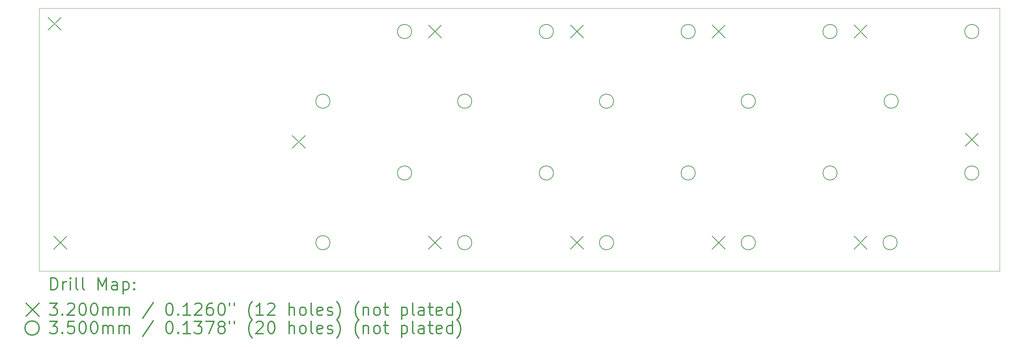
<source format=gbr>
%FSLAX45Y45*%
G04 Gerber Fmt 4.5, Leading zero omitted, Abs format (unit mm)*
G04 Created by KiCad (PCBNEW (5.1.10)-1) date 2022-05-26 00:59:29*
%MOMM*%
%LPD*%
G01*
G04 APERTURE LIST*
%TA.AperFunction,Profile*%
%ADD10C,0.038100*%
%TD*%
%ADD11C,0.200000*%
%ADD12C,0.300000*%
G04 APERTURE END LIST*
D10*
X2500000Y-7800000D02*
X2500000Y-14300000D01*
X2500000Y-14300000D02*
X26200000Y-14300000D01*
X26200000Y-7800000D02*
X26200000Y-14300000D01*
X2500000Y-7800000D02*
X26200000Y-7800000D01*
D11*
X2716550Y-8025150D02*
X3036550Y-8345150D01*
X3036550Y-8025150D02*
X2716550Y-8345150D01*
X2862600Y-13440000D02*
X3182600Y-13760000D01*
X3182600Y-13440000D02*
X2862600Y-13760000D01*
X8742700Y-10946150D02*
X9062700Y-11266150D01*
X9062700Y-10946150D02*
X8742700Y-11266150D01*
X12110000Y-8216000D02*
X12430000Y-8536000D01*
X12430000Y-8216000D02*
X12110000Y-8536000D01*
X12110000Y-13440000D02*
X12430000Y-13760000D01*
X12430000Y-13440000D02*
X12110000Y-13760000D01*
X15610000Y-8216000D02*
X15930000Y-8536000D01*
X15930000Y-8216000D02*
X15610000Y-8536000D01*
X15610000Y-13440000D02*
X15930000Y-13760000D01*
X15930000Y-13440000D02*
X15610000Y-13760000D01*
X19110000Y-8216000D02*
X19430000Y-8536000D01*
X19430000Y-8216000D02*
X19110000Y-8536000D01*
X19110000Y-13440000D02*
X19430000Y-13760000D01*
X19430000Y-13440000D02*
X19110000Y-13760000D01*
X22610000Y-8216000D02*
X22930000Y-8536000D01*
X22930000Y-8216000D02*
X22610000Y-8536000D01*
X22610000Y-13440000D02*
X22930000Y-13760000D01*
X22930000Y-13440000D02*
X22610000Y-13760000D01*
X25356000Y-10890000D02*
X25676000Y-11210000D01*
X25676000Y-10890000D02*
X25356000Y-11210000D01*
X9675000Y-10100000D02*
G75*
G03*
X9675000Y-10100000I-175000J0D01*
G01*
X9675000Y-13600000D02*
G75*
G03*
X9675000Y-13600000I-175000J0D01*
G01*
X11691000Y-8376000D02*
G75*
G03*
X11691000Y-8376000I-175000J0D01*
G01*
X11691000Y-11876000D02*
G75*
G03*
X11691000Y-11876000I-175000J0D01*
G01*
X13175000Y-10100000D02*
G75*
G03*
X13175000Y-10100000I-175000J0D01*
G01*
X13175000Y-13600000D02*
G75*
G03*
X13175000Y-13600000I-175000J0D01*
G01*
X15191000Y-8376000D02*
G75*
G03*
X15191000Y-8376000I-175000J0D01*
G01*
X15191000Y-11876000D02*
G75*
G03*
X15191000Y-11876000I-175000J0D01*
G01*
X16675000Y-10100000D02*
G75*
G03*
X16675000Y-10100000I-175000J0D01*
G01*
X16675000Y-13600000D02*
G75*
G03*
X16675000Y-13600000I-175000J0D01*
G01*
X18691000Y-8376000D02*
G75*
G03*
X18691000Y-8376000I-175000J0D01*
G01*
X18691000Y-11876000D02*
G75*
G03*
X18691000Y-11876000I-175000J0D01*
G01*
X20175000Y-10100000D02*
G75*
G03*
X20175000Y-10100000I-175000J0D01*
G01*
X20175000Y-13600000D02*
G75*
G03*
X20175000Y-13600000I-175000J0D01*
G01*
X22191000Y-8376000D02*
G75*
G03*
X22191000Y-8376000I-175000J0D01*
G01*
X22191000Y-11876000D02*
G75*
G03*
X22191000Y-11876000I-175000J0D01*
G01*
X23675000Y-13600000D02*
G75*
G03*
X23675000Y-13600000I-175000J0D01*
G01*
X23701750Y-10100000D02*
G75*
G03*
X23701750Y-10100000I-175000J0D01*
G01*
X25691000Y-8376000D02*
G75*
G03*
X25691000Y-8376000I-175000J0D01*
G01*
X25691000Y-11876000D02*
G75*
G03*
X25691000Y-11876000I-175000J0D01*
G01*
D12*
X2784523Y-14767619D02*
X2784523Y-14467619D01*
X2855952Y-14467619D01*
X2898809Y-14481905D01*
X2927381Y-14510476D01*
X2941666Y-14539048D01*
X2955952Y-14596191D01*
X2955952Y-14639048D01*
X2941666Y-14696191D01*
X2927381Y-14724762D01*
X2898809Y-14753334D01*
X2855952Y-14767619D01*
X2784523Y-14767619D01*
X3084523Y-14767619D02*
X3084523Y-14567619D01*
X3084523Y-14624762D02*
X3098809Y-14596191D01*
X3113095Y-14581905D01*
X3141666Y-14567619D01*
X3170238Y-14567619D01*
X3270238Y-14767619D02*
X3270238Y-14567619D01*
X3270238Y-14467619D02*
X3255952Y-14481905D01*
X3270238Y-14496191D01*
X3284523Y-14481905D01*
X3270238Y-14467619D01*
X3270238Y-14496191D01*
X3455952Y-14767619D02*
X3427381Y-14753334D01*
X3413095Y-14724762D01*
X3413095Y-14467619D01*
X3613095Y-14767619D02*
X3584523Y-14753334D01*
X3570238Y-14724762D01*
X3570238Y-14467619D01*
X3955952Y-14767619D02*
X3955952Y-14467619D01*
X4055952Y-14681905D01*
X4155952Y-14467619D01*
X4155952Y-14767619D01*
X4427381Y-14767619D02*
X4427381Y-14610476D01*
X4413095Y-14581905D01*
X4384523Y-14567619D01*
X4327381Y-14567619D01*
X4298809Y-14581905D01*
X4427381Y-14753334D02*
X4398809Y-14767619D01*
X4327381Y-14767619D01*
X4298809Y-14753334D01*
X4284523Y-14724762D01*
X4284523Y-14696191D01*
X4298809Y-14667619D01*
X4327381Y-14653334D01*
X4398809Y-14653334D01*
X4427381Y-14639048D01*
X4570238Y-14567619D02*
X4570238Y-14867619D01*
X4570238Y-14581905D02*
X4598809Y-14567619D01*
X4655952Y-14567619D01*
X4684523Y-14581905D01*
X4698809Y-14596191D01*
X4713095Y-14624762D01*
X4713095Y-14710476D01*
X4698809Y-14739048D01*
X4684523Y-14753334D01*
X4655952Y-14767619D01*
X4598809Y-14767619D01*
X4570238Y-14753334D01*
X4841666Y-14739048D02*
X4855952Y-14753334D01*
X4841666Y-14767619D01*
X4827381Y-14753334D01*
X4841666Y-14739048D01*
X4841666Y-14767619D01*
X4841666Y-14581905D02*
X4855952Y-14596191D01*
X4841666Y-14610476D01*
X4827381Y-14596191D01*
X4841666Y-14581905D01*
X4841666Y-14610476D01*
X2178095Y-15101905D02*
X2498095Y-15421905D01*
X2498095Y-15101905D02*
X2178095Y-15421905D01*
X2755952Y-15097619D02*
X2941666Y-15097619D01*
X2841666Y-15211905D01*
X2884523Y-15211905D01*
X2913095Y-15226191D01*
X2927381Y-15240476D01*
X2941666Y-15269048D01*
X2941666Y-15340476D01*
X2927381Y-15369048D01*
X2913095Y-15383334D01*
X2884523Y-15397619D01*
X2798809Y-15397619D01*
X2770238Y-15383334D01*
X2755952Y-15369048D01*
X3070238Y-15369048D02*
X3084523Y-15383334D01*
X3070238Y-15397619D01*
X3055952Y-15383334D01*
X3070238Y-15369048D01*
X3070238Y-15397619D01*
X3198809Y-15126191D02*
X3213095Y-15111905D01*
X3241666Y-15097619D01*
X3313095Y-15097619D01*
X3341666Y-15111905D01*
X3355952Y-15126191D01*
X3370238Y-15154762D01*
X3370238Y-15183334D01*
X3355952Y-15226191D01*
X3184523Y-15397619D01*
X3370238Y-15397619D01*
X3555952Y-15097619D02*
X3584523Y-15097619D01*
X3613095Y-15111905D01*
X3627381Y-15126191D01*
X3641666Y-15154762D01*
X3655952Y-15211905D01*
X3655952Y-15283334D01*
X3641666Y-15340476D01*
X3627381Y-15369048D01*
X3613095Y-15383334D01*
X3584523Y-15397619D01*
X3555952Y-15397619D01*
X3527381Y-15383334D01*
X3513095Y-15369048D01*
X3498809Y-15340476D01*
X3484523Y-15283334D01*
X3484523Y-15211905D01*
X3498809Y-15154762D01*
X3513095Y-15126191D01*
X3527381Y-15111905D01*
X3555952Y-15097619D01*
X3841666Y-15097619D02*
X3870238Y-15097619D01*
X3898809Y-15111905D01*
X3913095Y-15126191D01*
X3927381Y-15154762D01*
X3941666Y-15211905D01*
X3941666Y-15283334D01*
X3927381Y-15340476D01*
X3913095Y-15369048D01*
X3898809Y-15383334D01*
X3870238Y-15397619D01*
X3841666Y-15397619D01*
X3813095Y-15383334D01*
X3798809Y-15369048D01*
X3784523Y-15340476D01*
X3770238Y-15283334D01*
X3770238Y-15211905D01*
X3784523Y-15154762D01*
X3798809Y-15126191D01*
X3813095Y-15111905D01*
X3841666Y-15097619D01*
X4070238Y-15397619D02*
X4070238Y-15197619D01*
X4070238Y-15226191D02*
X4084523Y-15211905D01*
X4113095Y-15197619D01*
X4155952Y-15197619D01*
X4184523Y-15211905D01*
X4198809Y-15240476D01*
X4198809Y-15397619D01*
X4198809Y-15240476D02*
X4213095Y-15211905D01*
X4241666Y-15197619D01*
X4284523Y-15197619D01*
X4313095Y-15211905D01*
X4327381Y-15240476D01*
X4327381Y-15397619D01*
X4470238Y-15397619D02*
X4470238Y-15197619D01*
X4470238Y-15226191D02*
X4484523Y-15211905D01*
X4513095Y-15197619D01*
X4555952Y-15197619D01*
X4584523Y-15211905D01*
X4598809Y-15240476D01*
X4598809Y-15397619D01*
X4598809Y-15240476D02*
X4613095Y-15211905D01*
X4641666Y-15197619D01*
X4684523Y-15197619D01*
X4713095Y-15211905D01*
X4727381Y-15240476D01*
X4727381Y-15397619D01*
X5313095Y-15083334D02*
X5055952Y-15469048D01*
X5698809Y-15097619D02*
X5727381Y-15097619D01*
X5755952Y-15111905D01*
X5770238Y-15126191D01*
X5784523Y-15154762D01*
X5798809Y-15211905D01*
X5798809Y-15283334D01*
X5784523Y-15340476D01*
X5770238Y-15369048D01*
X5755952Y-15383334D01*
X5727381Y-15397619D01*
X5698809Y-15397619D01*
X5670238Y-15383334D01*
X5655952Y-15369048D01*
X5641666Y-15340476D01*
X5627381Y-15283334D01*
X5627381Y-15211905D01*
X5641666Y-15154762D01*
X5655952Y-15126191D01*
X5670238Y-15111905D01*
X5698809Y-15097619D01*
X5927381Y-15369048D02*
X5941666Y-15383334D01*
X5927381Y-15397619D01*
X5913095Y-15383334D01*
X5927381Y-15369048D01*
X5927381Y-15397619D01*
X6227381Y-15397619D02*
X6055952Y-15397619D01*
X6141666Y-15397619D02*
X6141666Y-15097619D01*
X6113095Y-15140476D01*
X6084523Y-15169048D01*
X6055952Y-15183334D01*
X6341666Y-15126191D02*
X6355952Y-15111905D01*
X6384523Y-15097619D01*
X6455952Y-15097619D01*
X6484523Y-15111905D01*
X6498809Y-15126191D01*
X6513095Y-15154762D01*
X6513095Y-15183334D01*
X6498809Y-15226191D01*
X6327381Y-15397619D01*
X6513095Y-15397619D01*
X6770238Y-15097619D02*
X6713095Y-15097619D01*
X6684523Y-15111905D01*
X6670238Y-15126191D01*
X6641666Y-15169048D01*
X6627381Y-15226191D01*
X6627381Y-15340476D01*
X6641666Y-15369048D01*
X6655952Y-15383334D01*
X6684523Y-15397619D01*
X6741666Y-15397619D01*
X6770238Y-15383334D01*
X6784523Y-15369048D01*
X6798809Y-15340476D01*
X6798809Y-15269048D01*
X6784523Y-15240476D01*
X6770238Y-15226191D01*
X6741666Y-15211905D01*
X6684523Y-15211905D01*
X6655952Y-15226191D01*
X6641666Y-15240476D01*
X6627381Y-15269048D01*
X6984523Y-15097619D02*
X7013095Y-15097619D01*
X7041666Y-15111905D01*
X7055952Y-15126191D01*
X7070238Y-15154762D01*
X7084523Y-15211905D01*
X7084523Y-15283334D01*
X7070238Y-15340476D01*
X7055952Y-15369048D01*
X7041666Y-15383334D01*
X7013095Y-15397619D01*
X6984523Y-15397619D01*
X6955952Y-15383334D01*
X6941666Y-15369048D01*
X6927381Y-15340476D01*
X6913095Y-15283334D01*
X6913095Y-15211905D01*
X6927381Y-15154762D01*
X6941666Y-15126191D01*
X6955952Y-15111905D01*
X6984523Y-15097619D01*
X7198809Y-15097619D02*
X7198809Y-15154762D01*
X7313095Y-15097619D02*
X7313095Y-15154762D01*
X7755952Y-15511905D02*
X7741666Y-15497619D01*
X7713095Y-15454762D01*
X7698809Y-15426191D01*
X7684523Y-15383334D01*
X7670238Y-15311905D01*
X7670238Y-15254762D01*
X7684523Y-15183334D01*
X7698809Y-15140476D01*
X7713095Y-15111905D01*
X7741666Y-15069048D01*
X7755952Y-15054762D01*
X8027381Y-15397619D02*
X7855952Y-15397619D01*
X7941666Y-15397619D02*
X7941666Y-15097619D01*
X7913095Y-15140476D01*
X7884523Y-15169048D01*
X7855952Y-15183334D01*
X8141666Y-15126191D02*
X8155952Y-15111905D01*
X8184523Y-15097619D01*
X8255952Y-15097619D01*
X8284523Y-15111905D01*
X8298809Y-15126191D01*
X8313095Y-15154762D01*
X8313095Y-15183334D01*
X8298809Y-15226191D01*
X8127381Y-15397619D01*
X8313095Y-15397619D01*
X8670238Y-15397619D02*
X8670238Y-15097619D01*
X8798809Y-15397619D02*
X8798809Y-15240476D01*
X8784523Y-15211905D01*
X8755952Y-15197619D01*
X8713095Y-15197619D01*
X8684523Y-15211905D01*
X8670238Y-15226191D01*
X8984523Y-15397619D02*
X8955952Y-15383334D01*
X8941666Y-15369048D01*
X8927381Y-15340476D01*
X8927381Y-15254762D01*
X8941666Y-15226191D01*
X8955952Y-15211905D01*
X8984523Y-15197619D01*
X9027381Y-15197619D01*
X9055952Y-15211905D01*
X9070238Y-15226191D01*
X9084523Y-15254762D01*
X9084523Y-15340476D01*
X9070238Y-15369048D01*
X9055952Y-15383334D01*
X9027381Y-15397619D01*
X8984523Y-15397619D01*
X9255952Y-15397619D02*
X9227381Y-15383334D01*
X9213095Y-15354762D01*
X9213095Y-15097619D01*
X9484523Y-15383334D02*
X9455952Y-15397619D01*
X9398809Y-15397619D01*
X9370238Y-15383334D01*
X9355952Y-15354762D01*
X9355952Y-15240476D01*
X9370238Y-15211905D01*
X9398809Y-15197619D01*
X9455952Y-15197619D01*
X9484523Y-15211905D01*
X9498809Y-15240476D01*
X9498809Y-15269048D01*
X9355952Y-15297619D01*
X9613095Y-15383334D02*
X9641666Y-15397619D01*
X9698809Y-15397619D01*
X9727381Y-15383334D01*
X9741666Y-15354762D01*
X9741666Y-15340476D01*
X9727381Y-15311905D01*
X9698809Y-15297619D01*
X9655952Y-15297619D01*
X9627381Y-15283334D01*
X9613095Y-15254762D01*
X9613095Y-15240476D01*
X9627381Y-15211905D01*
X9655952Y-15197619D01*
X9698809Y-15197619D01*
X9727381Y-15211905D01*
X9841666Y-15511905D02*
X9855952Y-15497619D01*
X9884523Y-15454762D01*
X9898809Y-15426191D01*
X9913095Y-15383334D01*
X9927381Y-15311905D01*
X9927381Y-15254762D01*
X9913095Y-15183334D01*
X9898809Y-15140476D01*
X9884523Y-15111905D01*
X9855952Y-15069048D01*
X9841666Y-15054762D01*
X10384523Y-15511905D02*
X10370238Y-15497619D01*
X10341666Y-15454762D01*
X10327381Y-15426191D01*
X10313095Y-15383334D01*
X10298809Y-15311905D01*
X10298809Y-15254762D01*
X10313095Y-15183334D01*
X10327381Y-15140476D01*
X10341666Y-15111905D01*
X10370238Y-15069048D01*
X10384523Y-15054762D01*
X10498809Y-15197619D02*
X10498809Y-15397619D01*
X10498809Y-15226191D02*
X10513095Y-15211905D01*
X10541666Y-15197619D01*
X10584523Y-15197619D01*
X10613095Y-15211905D01*
X10627381Y-15240476D01*
X10627381Y-15397619D01*
X10813095Y-15397619D02*
X10784523Y-15383334D01*
X10770238Y-15369048D01*
X10755952Y-15340476D01*
X10755952Y-15254762D01*
X10770238Y-15226191D01*
X10784523Y-15211905D01*
X10813095Y-15197619D01*
X10855952Y-15197619D01*
X10884523Y-15211905D01*
X10898809Y-15226191D01*
X10913095Y-15254762D01*
X10913095Y-15340476D01*
X10898809Y-15369048D01*
X10884523Y-15383334D01*
X10855952Y-15397619D01*
X10813095Y-15397619D01*
X10998809Y-15197619D02*
X11113095Y-15197619D01*
X11041666Y-15097619D02*
X11041666Y-15354762D01*
X11055952Y-15383334D01*
X11084523Y-15397619D01*
X11113095Y-15397619D01*
X11441666Y-15197619D02*
X11441666Y-15497619D01*
X11441666Y-15211905D02*
X11470238Y-15197619D01*
X11527381Y-15197619D01*
X11555952Y-15211905D01*
X11570238Y-15226191D01*
X11584523Y-15254762D01*
X11584523Y-15340476D01*
X11570238Y-15369048D01*
X11555952Y-15383334D01*
X11527381Y-15397619D01*
X11470238Y-15397619D01*
X11441666Y-15383334D01*
X11755952Y-15397619D02*
X11727381Y-15383334D01*
X11713095Y-15354762D01*
X11713095Y-15097619D01*
X11998809Y-15397619D02*
X11998809Y-15240476D01*
X11984523Y-15211905D01*
X11955952Y-15197619D01*
X11898809Y-15197619D01*
X11870238Y-15211905D01*
X11998809Y-15383334D02*
X11970238Y-15397619D01*
X11898809Y-15397619D01*
X11870238Y-15383334D01*
X11855952Y-15354762D01*
X11855952Y-15326191D01*
X11870238Y-15297619D01*
X11898809Y-15283334D01*
X11970238Y-15283334D01*
X11998809Y-15269048D01*
X12098809Y-15197619D02*
X12213095Y-15197619D01*
X12141666Y-15097619D02*
X12141666Y-15354762D01*
X12155952Y-15383334D01*
X12184523Y-15397619D01*
X12213095Y-15397619D01*
X12427381Y-15383334D02*
X12398809Y-15397619D01*
X12341666Y-15397619D01*
X12313095Y-15383334D01*
X12298809Y-15354762D01*
X12298809Y-15240476D01*
X12313095Y-15211905D01*
X12341666Y-15197619D01*
X12398809Y-15197619D01*
X12427381Y-15211905D01*
X12441666Y-15240476D01*
X12441666Y-15269048D01*
X12298809Y-15297619D01*
X12698809Y-15397619D02*
X12698809Y-15097619D01*
X12698809Y-15383334D02*
X12670238Y-15397619D01*
X12613095Y-15397619D01*
X12584523Y-15383334D01*
X12570238Y-15369048D01*
X12555952Y-15340476D01*
X12555952Y-15254762D01*
X12570238Y-15226191D01*
X12584523Y-15211905D01*
X12613095Y-15197619D01*
X12670238Y-15197619D01*
X12698809Y-15211905D01*
X12813095Y-15511905D02*
X12827381Y-15497619D01*
X12855952Y-15454762D01*
X12870238Y-15426191D01*
X12884523Y-15383334D01*
X12898809Y-15311905D01*
X12898809Y-15254762D01*
X12884523Y-15183334D01*
X12870238Y-15140476D01*
X12855952Y-15111905D01*
X12827381Y-15069048D01*
X12813095Y-15054762D01*
X2498095Y-15711905D02*
G75*
G03*
X2498095Y-15711905I-175000J0D01*
G01*
X2755952Y-15547619D02*
X2941666Y-15547619D01*
X2841666Y-15661905D01*
X2884523Y-15661905D01*
X2913095Y-15676191D01*
X2927381Y-15690476D01*
X2941666Y-15719048D01*
X2941666Y-15790476D01*
X2927381Y-15819048D01*
X2913095Y-15833334D01*
X2884523Y-15847619D01*
X2798809Y-15847619D01*
X2770238Y-15833334D01*
X2755952Y-15819048D01*
X3070238Y-15819048D02*
X3084523Y-15833334D01*
X3070238Y-15847619D01*
X3055952Y-15833334D01*
X3070238Y-15819048D01*
X3070238Y-15847619D01*
X3355952Y-15547619D02*
X3213095Y-15547619D01*
X3198809Y-15690476D01*
X3213095Y-15676191D01*
X3241666Y-15661905D01*
X3313095Y-15661905D01*
X3341666Y-15676191D01*
X3355952Y-15690476D01*
X3370238Y-15719048D01*
X3370238Y-15790476D01*
X3355952Y-15819048D01*
X3341666Y-15833334D01*
X3313095Y-15847619D01*
X3241666Y-15847619D01*
X3213095Y-15833334D01*
X3198809Y-15819048D01*
X3555952Y-15547619D02*
X3584523Y-15547619D01*
X3613095Y-15561905D01*
X3627381Y-15576191D01*
X3641666Y-15604762D01*
X3655952Y-15661905D01*
X3655952Y-15733334D01*
X3641666Y-15790476D01*
X3627381Y-15819048D01*
X3613095Y-15833334D01*
X3584523Y-15847619D01*
X3555952Y-15847619D01*
X3527381Y-15833334D01*
X3513095Y-15819048D01*
X3498809Y-15790476D01*
X3484523Y-15733334D01*
X3484523Y-15661905D01*
X3498809Y-15604762D01*
X3513095Y-15576191D01*
X3527381Y-15561905D01*
X3555952Y-15547619D01*
X3841666Y-15547619D02*
X3870238Y-15547619D01*
X3898809Y-15561905D01*
X3913095Y-15576191D01*
X3927381Y-15604762D01*
X3941666Y-15661905D01*
X3941666Y-15733334D01*
X3927381Y-15790476D01*
X3913095Y-15819048D01*
X3898809Y-15833334D01*
X3870238Y-15847619D01*
X3841666Y-15847619D01*
X3813095Y-15833334D01*
X3798809Y-15819048D01*
X3784523Y-15790476D01*
X3770238Y-15733334D01*
X3770238Y-15661905D01*
X3784523Y-15604762D01*
X3798809Y-15576191D01*
X3813095Y-15561905D01*
X3841666Y-15547619D01*
X4070238Y-15847619D02*
X4070238Y-15647619D01*
X4070238Y-15676191D02*
X4084523Y-15661905D01*
X4113095Y-15647619D01*
X4155952Y-15647619D01*
X4184523Y-15661905D01*
X4198809Y-15690476D01*
X4198809Y-15847619D01*
X4198809Y-15690476D02*
X4213095Y-15661905D01*
X4241666Y-15647619D01*
X4284523Y-15647619D01*
X4313095Y-15661905D01*
X4327381Y-15690476D01*
X4327381Y-15847619D01*
X4470238Y-15847619D02*
X4470238Y-15647619D01*
X4470238Y-15676191D02*
X4484523Y-15661905D01*
X4513095Y-15647619D01*
X4555952Y-15647619D01*
X4584523Y-15661905D01*
X4598809Y-15690476D01*
X4598809Y-15847619D01*
X4598809Y-15690476D02*
X4613095Y-15661905D01*
X4641666Y-15647619D01*
X4684523Y-15647619D01*
X4713095Y-15661905D01*
X4727381Y-15690476D01*
X4727381Y-15847619D01*
X5313095Y-15533334D02*
X5055952Y-15919048D01*
X5698809Y-15547619D02*
X5727381Y-15547619D01*
X5755952Y-15561905D01*
X5770238Y-15576191D01*
X5784523Y-15604762D01*
X5798809Y-15661905D01*
X5798809Y-15733334D01*
X5784523Y-15790476D01*
X5770238Y-15819048D01*
X5755952Y-15833334D01*
X5727381Y-15847619D01*
X5698809Y-15847619D01*
X5670238Y-15833334D01*
X5655952Y-15819048D01*
X5641666Y-15790476D01*
X5627381Y-15733334D01*
X5627381Y-15661905D01*
X5641666Y-15604762D01*
X5655952Y-15576191D01*
X5670238Y-15561905D01*
X5698809Y-15547619D01*
X5927381Y-15819048D02*
X5941666Y-15833334D01*
X5927381Y-15847619D01*
X5913095Y-15833334D01*
X5927381Y-15819048D01*
X5927381Y-15847619D01*
X6227381Y-15847619D02*
X6055952Y-15847619D01*
X6141666Y-15847619D02*
X6141666Y-15547619D01*
X6113095Y-15590476D01*
X6084523Y-15619048D01*
X6055952Y-15633334D01*
X6327381Y-15547619D02*
X6513095Y-15547619D01*
X6413095Y-15661905D01*
X6455952Y-15661905D01*
X6484523Y-15676191D01*
X6498809Y-15690476D01*
X6513095Y-15719048D01*
X6513095Y-15790476D01*
X6498809Y-15819048D01*
X6484523Y-15833334D01*
X6455952Y-15847619D01*
X6370238Y-15847619D01*
X6341666Y-15833334D01*
X6327381Y-15819048D01*
X6613095Y-15547619D02*
X6813095Y-15547619D01*
X6684523Y-15847619D01*
X6970238Y-15676191D02*
X6941666Y-15661905D01*
X6927381Y-15647619D01*
X6913095Y-15619048D01*
X6913095Y-15604762D01*
X6927381Y-15576191D01*
X6941666Y-15561905D01*
X6970238Y-15547619D01*
X7027381Y-15547619D01*
X7055952Y-15561905D01*
X7070238Y-15576191D01*
X7084523Y-15604762D01*
X7084523Y-15619048D01*
X7070238Y-15647619D01*
X7055952Y-15661905D01*
X7027381Y-15676191D01*
X6970238Y-15676191D01*
X6941666Y-15690476D01*
X6927381Y-15704762D01*
X6913095Y-15733334D01*
X6913095Y-15790476D01*
X6927381Y-15819048D01*
X6941666Y-15833334D01*
X6970238Y-15847619D01*
X7027381Y-15847619D01*
X7055952Y-15833334D01*
X7070238Y-15819048D01*
X7084523Y-15790476D01*
X7084523Y-15733334D01*
X7070238Y-15704762D01*
X7055952Y-15690476D01*
X7027381Y-15676191D01*
X7198809Y-15547619D02*
X7198809Y-15604762D01*
X7313095Y-15547619D02*
X7313095Y-15604762D01*
X7755952Y-15961905D02*
X7741666Y-15947619D01*
X7713095Y-15904762D01*
X7698809Y-15876191D01*
X7684523Y-15833334D01*
X7670238Y-15761905D01*
X7670238Y-15704762D01*
X7684523Y-15633334D01*
X7698809Y-15590476D01*
X7713095Y-15561905D01*
X7741666Y-15519048D01*
X7755952Y-15504762D01*
X7855952Y-15576191D02*
X7870238Y-15561905D01*
X7898809Y-15547619D01*
X7970238Y-15547619D01*
X7998809Y-15561905D01*
X8013095Y-15576191D01*
X8027381Y-15604762D01*
X8027381Y-15633334D01*
X8013095Y-15676191D01*
X7841666Y-15847619D01*
X8027381Y-15847619D01*
X8213095Y-15547619D02*
X8241666Y-15547619D01*
X8270238Y-15561905D01*
X8284523Y-15576191D01*
X8298809Y-15604762D01*
X8313095Y-15661905D01*
X8313095Y-15733334D01*
X8298809Y-15790476D01*
X8284523Y-15819048D01*
X8270238Y-15833334D01*
X8241666Y-15847619D01*
X8213095Y-15847619D01*
X8184523Y-15833334D01*
X8170238Y-15819048D01*
X8155952Y-15790476D01*
X8141666Y-15733334D01*
X8141666Y-15661905D01*
X8155952Y-15604762D01*
X8170238Y-15576191D01*
X8184523Y-15561905D01*
X8213095Y-15547619D01*
X8670238Y-15847619D02*
X8670238Y-15547619D01*
X8798809Y-15847619D02*
X8798809Y-15690476D01*
X8784523Y-15661905D01*
X8755952Y-15647619D01*
X8713095Y-15647619D01*
X8684523Y-15661905D01*
X8670238Y-15676191D01*
X8984523Y-15847619D02*
X8955952Y-15833334D01*
X8941666Y-15819048D01*
X8927381Y-15790476D01*
X8927381Y-15704762D01*
X8941666Y-15676191D01*
X8955952Y-15661905D01*
X8984523Y-15647619D01*
X9027381Y-15647619D01*
X9055952Y-15661905D01*
X9070238Y-15676191D01*
X9084523Y-15704762D01*
X9084523Y-15790476D01*
X9070238Y-15819048D01*
X9055952Y-15833334D01*
X9027381Y-15847619D01*
X8984523Y-15847619D01*
X9255952Y-15847619D02*
X9227381Y-15833334D01*
X9213095Y-15804762D01*
X9213095Y-15547619D01*
X9484523Y-15833334D02*
X9455952Y-15847619D01*
X9398809Y-15847619D01*
X9370238Y-15833334D01*
X9355952Y-15804762D01*
X9355952Y-15690476D01*
X9370238Y-15661905D01*
X9398809Y-15647619D01*
X9455952Y-15647619D01*
X9484523Y-15661905D01*
X9498809Y-15690476D01*
X9498809Y-15719048D01*
X9355952Y-15747619D01*
X9613095Y-15833334D02*
X9641666Y-15847619D01*
X9698809Y-15847619D01*
X9727381Y-15833334D01*
X9741666Y-15804762D01*
X9741666Y-15790476D01*
X9727381Y-15761905D01*
X9698809Y-15747619D01*
X9655952Y-15747619D01*
X9627381Y-15733334D01*
X9613095Y-15704762D01*
X9613095Y-15690476D01*
X9627381Y-15661905D01*
X9655952Y-15647619D01*
X9698809Y-15647619D01*
X9727381Y-15661905D01*
X9841666Y-15961905D02*
X9855952Y-15947619D01*
X9884523Y-15904762D01*
X9898809Y-15876191D01*
X9913095Y-15833334D01*
X9927381Y-15761905D01*
X9927381Y-15704762D01*
X9913095Y-15633334D01*
X9898809Y-15590476D01*
X9884523Y-15561905D01*
X9855952Y-15519048D01*
X9841666Y-15504762D01*
X10384523Y-15961905D02*
X10370238Y-15947619D01*
X10341666Y-15904762D01*
X10327381Y-15876191D01*
X10313095Y-15833334D01*
X10298809Y-15761905D01*
X10298809Y-15704762D01*
X10313095Y-15633334D01*
X10327381Y-15590476D01*
X10341666Y-15561905D01*
X10370238Y-15519048D01*
X10384523Y-15504762D01*
X10498809Y-15647619D02*
X10498809Y-15847619D01*
X10498809Y-15676191D02*
X10513095Y-15661905D01*
X10541666Y-15647619D01*
X10584523Y-15647619D01*
X10613095Y-15661905D01*
X10627381Y-15690476D01*
X10627381Y-15847619D01*
X10813095Y-15847619D02*
X10784523Y-15833334D01*
X10770238Y-15819048D01*
X10755952Y-15790476D01*
X10755952Y-15704762D01*
X10770238Y-15676191D01*
X10784523Y-15661905D01*
X10813095Y-15647619D01*
X10855952Y-15647619D01*
X10884523Y-15661905D01*
X10898809Y-15676191D01*
X10913095Y-15704762D01*
X10913095Y-15790476D01*
X10898809Y-15819048D01*
X10884523Y-15833334D01*
X10855952Y-15847619D01*
X10813095Y-15847619D01*
X10998809Y-15647619D02*
X11113095Y-15647619D01*
X11041666Y-15547619D02*
X11041666Y-15804762D01*
X11055952Y-15833334D01*
X11084523Y-15847619D01*
X11113095Y-15847619D01*
X11441666Y-15647619D02*
X11441666Y-15947619D01*
X11441666Y-15661905D02*
X11470238Y-15647619D01*
X11527381Y-15647619D01*
X11555952Y-15661905D01*
X11570238Y-15676191D01*
X11584523Y-15704762D01*
X11584523Y-15790476D01*
X11570238Y-15819048D01*
X11555952Y-15833334D01*
X11527381Y-15847619D01*
X11470238Y-15847619D01*
X11441666Y-15833334D01*
X11755952Y-15847619D02*
X11727381Y-15833334D01*
X11713095Y-15804762D01*
X11713095Y-15547619D01*
X11998809Y-15847619D02*
X11998809Y-15690476D01*
X11984523Y-15661905D01*
X11955952Y-15647619D01*
X11898809Y-15647619D01*
X11870238Y-15661905D01*
X11998809Y-15833334D02*
X11970238Y-15847619D01*
X11898809Y-15847619D01*
X11870238Y-15833334D01*
X11855952Y-15804762D01*
X11855952Y-15776191D01*
X11870238Y-15747619D01*
X11898809Y-15733334D01*
X11970238Y-15733334D01*
X11998809Y-15719048D01*
X12098809Y-15647619D02*
X12213095Y-15647619D01*
X12141666Y-15547619D02*
X12141666Y-15804762D01*
X12155952Y-15833334D01*
X12184523Y-15847619D01*
X12213095Y-15847619D01*
X12427381Y-15833334D02*
X12398809Y-15847619D01*
X12341666Y-15847619D01*
X12313095Y-15833334D01*
X12298809Y-15804762D01*
X12298809Y-15690476D01*
X12313095Y-15661905D01*
X12341666Y-15647619D01*
X12398809Y-15647619D01*
X12427381Y-15661905D01*
X12441666Y-15690476D01*
X12441666Y-15719048D01*
X12298809Y-15747619D01*
X12698809Y-15847619D02*
X12698809Y-15547619D01*
X12698809Y-15833334D02*
X12670238Y-15847619D01*
X12613095Y-15847619D01*
X12584523Y-15833334D01*
X12570238Y-15819048D01*
X12555952Y-15790476D01*
X12555952Y-15704762D01*
X12570238Y-15676191D01*
X12584523Y-15661905D01*
X12613095Y-15647619D01*
X12670238Y-15647619D01*
X12698809Y-15661905D01*
X12813095Y-15961905D02*
X12827381Y-15947619D01*
X12855952Y-15904762D01*
X12870238Y-15876191D01*
X12884523Y-15833334D01*
X12898809Y-15761905D01*
X12898809Y-15704762D01*
X12884523Y-15633334D01*
X12870238Y-15590476D01*
X12855952Y-15561905D01*
X12827381Y-15519048D01*
X12813095Y-15504762D01*
M02*

</source>
